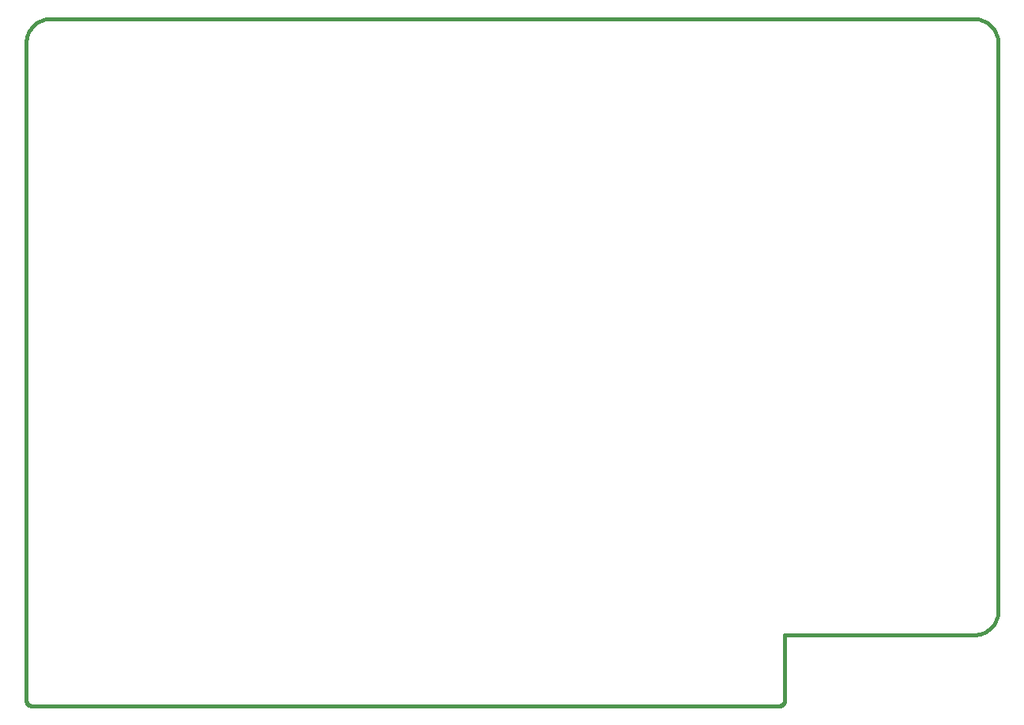
<source format=gbr>
G04 (created by PCBNEW-RS274X (2012-01-19 BZR 3256)-stable) date 9/26/2012 11:25:36 PM*
G01*
G70*
G90*
%MOIN*%
G04 Gerber Fmt 3.4, Leading zero omitted, Abs format*
%FSLAX34Y34*%
G04 APERTURE LIST*
%ADD10C,0.006000*%
%ADD11C,0.015000*%
G04 APERTURE END LIST*
G54D10*
G54D11*
X80000Y-46000D02*
X72000Y-46000D01*
X81000Y-21000D02*
X81000Y-45000D01*
X41000Y-20000D02*
X80000Y-20000D01*
X40000Y-48750D02*
X40000Y-21000D01*
X80000Y-46000D02*
X80087Y-45996D01*
X80173Y-45984D01*
X80258Y-45965D01*
X80342Y-45939D01*
X80422Y-45906D01*
X80500Y-45866D01*
X80573Y-45819D01*
X80642Y-45766D01*
X80707Y-45707D01*
X80766Y-45642D01*
X80819Y-45573D01*
X80866Y-45499D01*
X80906Y-45422D01*
X80939Y-45342D01*
X80965Y-45258D01*
X80984Y-45173D01*
X80996Y-45087D01*
X81000Y-45000D01*
X81000Y-21000D02*
X80996Y-20913D01*
X80984Y-20827D01*
X80965Y-20742D01*
X80939Y-20658D01*
X80906Y-20578D01*
X80866Y-20501D01*
X80819Y-20427D01*
X80766Y-20358D01*
X80707Y-20293D01*
X80642Y-20234D01*
X80573Y-20181D01*
X80500Y-20134D01*
X80422Y-20094D01*
X80342Y-20061D01*
X80258Y-20035D01*
X80173Y-20016D01*
X80087Y-20004D01*
X80000Y-20000D01*
X41000Y-20000D02*
X40913Y-20004D01*
X40827Y-20016D01*
X40742Y-20035D01*
X40658Y-20061D01*
X40578Y-20094D01*
X40501Y-20134D01*
X40427Y-20181D01*
X40358Y-20234D01*
X40293Y-20293D01*
X40234Y-20358D01*
X40181Y-20427D01*
X40134Y-20501D01*
X40094Y-20578D01*
X40061Y-20658D01*
X40035Y-20742D01*
X40016Y-20827D01*
X40004Y-20913D01*
X40000Y-21000D01*
X72000Y-48750D02*
X72000Y-46000D01*
X40250Y-49000D02*
X71750Y-49000D01*
X71750Y-49000D02*
X71771Y-48999D01*
X71793Y-48996D01*
X71814Y-48991D01*
X71835Y-48984D01*
X71855Y-48976D01*
X71875Y-48966D01*
X71893Y-48954D01*
X71910Y-48941D01*
X71926Y-48926D01*
X71941Y-48910D01*
X71954Y-48893D01*
X71966Y-48874D01*
X71976Y-48855D01*
X71984Y-48835D01*
X71991Y-48814D01*
X71996Y-48793D01*
X71999Y-48771D01*
X72000Y-48750D01*
X40000Y-48750D02*
X40001Y-48771D01*
X40004Y-48793D01*
X40009Y-48814D01*
X40016Y-48835D01*
X40024Y-48855D01*
X40034Y-48874D01*
X40046Y-48893D01*
X40059Y-48910D01*
X40074Y-48926D01*
X40090Y-48941D01*
X40107Y-48954D01*
X40126Y-48966D01*
X40145Y-48976D01*
X40165Y-48984D01*
X40186Y-48991D01*
X40207Y-48996D01*
X40229Y-48999D01*
X40250Y-49000D01*
M02*

</source>
